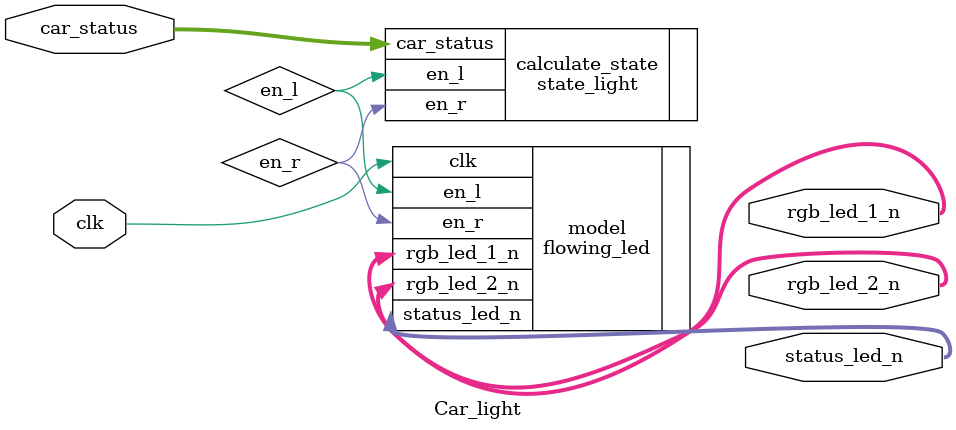
<source format=v>
module Car_light(
   input        clk,
	input  [3:0] car_status,
	output [2:0] rgb_led_1_n,
	output [2:0] rgb_led_2_n,
//	output [7:0] segment_1,
//	output [7:0] segment_2,
	output [7:0] status_led_n
);

	wire en_l;
	wire en_r;
	
	flowing_led model(
	.clk(clk),
	.en_l(en_l),
	.en_r(en_r),
	.rgb_led_1_n(rgb_led_1_n),
	.rgb_led_2_n(rgb_led_2_n),
	.status_led_n(status_led_n)
	);

	state_light calculate_state(
		.car_status(car_status),
		.en_l(en_l),
		.en_r(en_r)
	); // 使能信号 en{l,r}


endmodule
</source>
